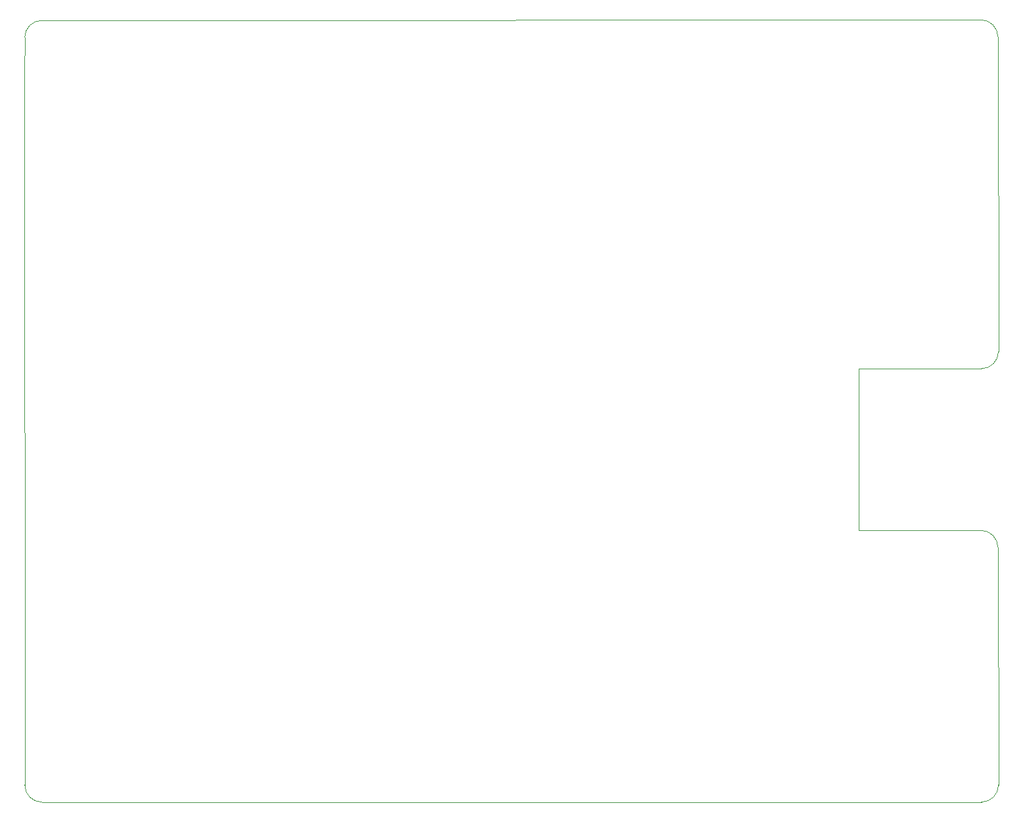
<source format=gbr>
%TF.GenerationSoftware,KiCad,Pcbnew,(5.1.4)-1*%
%TF.CreationDate,2020-11-25T20:19:59-06:00*%
%TF.ProjectId,Armboard,41726d62-6f61-4726-942e-6b696361645f,rev?*%
%TF.SameCoordinates,Original*%
%TF.FileFunction,Profile,NP*%
%FSLAX46Y46*%
G04 Gerber Fmt 4.6, Leading zero omitted, Abs format (unit mm)*
G04 Created by KiCad (PCBNEW (5.1.4)-1) date 2020-11-25 20:19:59*
%MOMM*%
%LPD*%
G04 APERTURE LIST*
%ADD10C,0.050000*%
G04 APERTURE END LIST*
D10*
X197612000Y-104140000D02*
G75*
G02X199821800Y-106349800I0J-2209800D01*
G01*
X199898000Y-81102200D02*
G75*
G02X197688200Y-83312000I-2209800J0D01*
G01*
X74422000Y-40640000D02*
G75*
G02X76631800Y-38430200I2209800J0D01*
G01*
X76631800Y-139166600D02*
G75*
G02X74422000Y-136956800I0J2209800D01*
G01*
X199898000Y-136956800D02*
G75*
G02X197688200Y-139166600I-2209800J0D01*
G01*
X197612000Y-38354000D02*
G75*
G02X199821800Y-40563800I0J-2209800D01*
G01*
X199821800Y-106349800D02*
X199898000Y-136956800D01*
X199898000Y-81102200D02*
X199821800Y-40563800D01*
X181864000Y-104140000D02*
X197612000Y-104140000D01*
X181864000Y-83312000D02*
X181864000Y-104140000D01*
X181864000Y-83312000D02*
X197688200Y-83312000D01*
X195930000Y-139180000D02*
X197688200Y-139166600D01*
X74396600Y-45389800D02*
X74422000Y-40640000D01*
X76631800Y-38430200D02*
X197612000Y-38354000D01*
X74396600Y-45389800D02*
X74422000Y-136956800D01*
X76631800Y-139166600D02*
X195930000Y-139180000D01*
M02*

</source>
